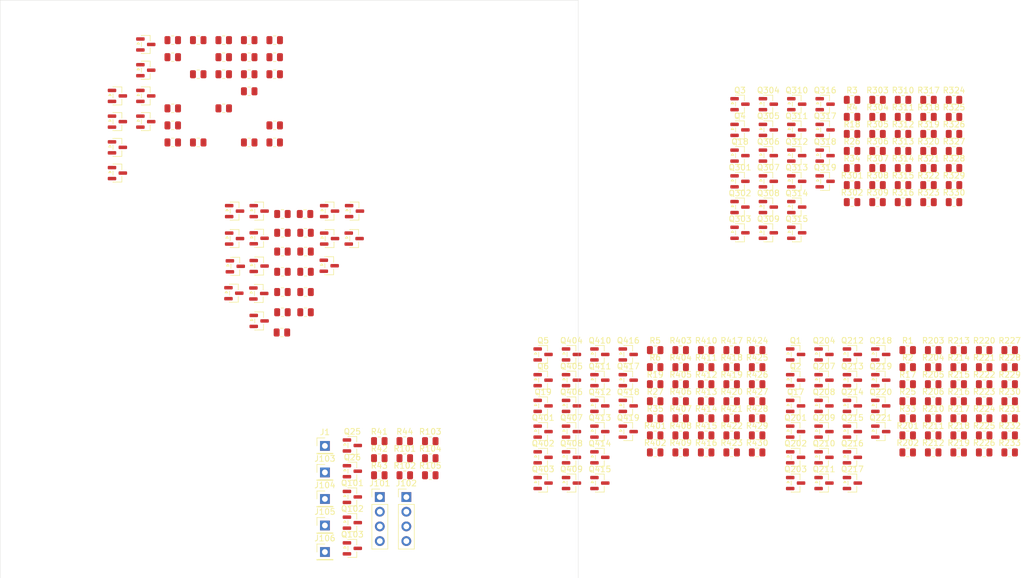
<source format=kicad_pcb>
(kicad_pcb (version 20241229) (generator "pcbnew") (generator_version "9.0")
  (layers (0 "F.Cu" signal) (4 "In1.Cu" power) (6 "In2.Cu" power) (2 "B.Cu" signal) (13 "F.Paste" user) (15 "B.Paste" user) (5 "F.SilkS" user "F.Silkscreen") (7 "B.SilkS" user "B.Silkscreen") (1 "F.Mask" user) (3 "B.Mask" user) (25 "Edge.Cuts" user))
  (net 0 "")
  (net 1 "Net-(Q101-E)")
  (net 2 "Net-(Q101-B)")
  (net 3 "Net-(Q101-C)")
  (net 4 "Net-(Q102-B)")
  (net 5 "GND")
  (net 6 "Net-(Q103-B)")
  (net 7 "CLK")
  (net 8 "/DFlipFlop/Q")
  (net 9 "Net-(Q201-B)")
  (net 10 "Net-(Q202-B)")
  (net 11 "Net-(Q203-B)")
  (net 12 "Net-(Q203-C)")
  (net 13 "Net-(Q204-B)")
  (net 14 "Net-(Q207-C)")
  (net 15 "Net-(Q207-B)")
  (net 16 "Net-(Q208-B)")
  (net 17 "Net-(Q209-B)")
  (net 18 "Net-(Q209-C)")
  (net 19 "Net-(Q210-B)")
  (net 20 "Net-(Q211-C)")
  (net 21 "Net-(Q211-B)")
  (net 22 "Net-(Q212-B)")
  (net 23 "Net-(Q213-B)")
  (net 24 "Net-(Q213-C)")
  (net 25 "Net-(Q214-B)")
  (net 26 "Net-(Q215-B)")
  (net 27 "Net-(Q215-C)")
  (net 28 "Net-(Q216-B)")
  (net 29 "+5V")
  (net 30 "Net-(Q217-B)")
  (net 31 "Net-(Q218-B)")
  (net 32 "Net-(Q219-B)")
  (net 33 "Net-(Q219-C)")
  (net 34 "Net-(Q220-C)")
  (net 35 "Net-(Q220-B)")
  (net 36 "Net-(Q221-B)")
  (net 37 "Net-(Q221-C)")
  (net 38 "Net-(Q301-B)")
  (net 39 "Net-(Q301-C)")
  (net 40 "Net-(Q302-C)")
  (net 41 "Net-(Q302-B)")
  (net 42 "Net-(Q303-C)")
  (net 43 "Net-(Q303-B)")
  (net 44 "Net-(Q304-B)")
  (net 45 "Net-(Q304-C)")
  (net 46 "Net-(Q305-B)")
  (net 47 "Net-(Q306-B)")
  (net 48 "Net-(Q307-B)")
  (net 49 "Net-(Q307-C)")
  (net 50 "Net-(Q308-B)")
  (net 51 "Net-(Q308-C)")
  (net 52 "Net-(Q309-C)")
  (net 53 "Net-(Q309-B)")
  (net 54 "Net-(Q310-B)")
  (net 55 "Net-(Q311-B)")
  (net 56 "/DFlipFlop1/Q")
  (net 57 "Net-(Q312-B)")
  (net 58 "Net-(Q313-C)")
  (net 59 "Net-(Q313-B)")
  (net 60 "Net-(Q314-B)")
  (net 61 "Net-(Q315-B)")
  (net 62 "Net-(Q316-C)")
  (net 63 "Net-(Q316-B)")
  (net 64 "Net-(Q317-B)")
  (net 65 "Net-(Q318-B)")
  (net 66 "Net-(Q319-B)")
  (net 67 "Net-(Q401-C)")
  (net 68 "Net-(Q401-B)")
  (net 69 "Net-(Q402-C)")
  (net 70 "Net-(Q402-B)")
  (net 71 "Net-(Q403-B)")
  (net 72 "Net-(Q403-C)")
  (net 73 "Net-(Q404-B)")
  (net 74 "Net-(Q404-C)")
  (net 75 "Net-(Q405-B)")
  (net 76 "Net-(Q406-B)")
  (net 77 "Net-(Q407-B)")
  (net 78 "Net-(Q407-C)")
  (net 79 "Net-(Q408-C)")
  (net 80 "Net-(Q408-B)")
  (net 81 "Net-(Q409-C)")
  (net 82 "Net-(Q409-B)")
  (net 83 "Net-(Q410-B)")
  (net 84 "Net-(Q411-B)")
  (net 85 "Net-(Q412-B)")
  (net 86 "/DFlipFlop2/Q")
  (net 87 "Net-(Q413-B)")
  (net 88 "Net-(Q413-C)")
  (net 89 "Net-(Q414-B)")
  (net 90 "Net-(Q415-B)")
  (net 91 "Net-(Q416-C)")
  (net 92 "Net-(Q416-B)")
  (net 93 "Net-(Q417-B)")
  (net 94 "Net-(Q418-B)")
  (net 95 "Net-(Q419-B)")
  (net 96 "Net-(Q501-B)")
  (net 97 "Net-(Q501-C)")
  (net 98 "Net-(Q502-B)")
  (net 99 "Net-(Q502-C)")
  (net 100 "Net-(Q503-B)")
  (net 101 "Net-(Q503-C)")
  (net 102 "Net-(Q504-B)")
  (net 103 "Net-(Q504-C)")
  (net 104 "Net-(Q505-B)")
  (net 105 "Net-(Q506-B)")
  (net 106 "Net-(Q507-C)")
  (net 107 "Net-(Q507-B)")
  (net 108 "Net-(Q508-B)")
  (net 109 "Net-(Q508-C)")
  (net 110 "Net-(Q509-C)")
  (net 111 "Net-(Q509-B)")
  (net 112 "Net-(Q510-B)")
  (net 113 "Net-(Q511-B)")
  (net 114 "/DFlipFlop3/Q")
  (net 115 "Net-(Q512-B)")
  (net 116 "Net-(Q513-C)")
  (net 117 "Net-(Q513-B)")
  (net 118 "Net-(Q514-B)")
  (net 119 "Net-(Q515-B)")
  (net 120 "Net-(Q516-C)")
  (net 121 "Net-(Q516-B)")
  (net 122 "Net-(Q517-B)")
  (net 123 "Net-(Q518-B)")
  (net 124 "Net-(Q519-B)")
  (net 125 "/DFlipFlop3/Data")
  (net 126 "/DFlipFlop2/Data")
  (net 127 "/DFlipFlop/Data")
  (net 128 "/DFlipFlop1/Data")
  (net 129 "Net-(J103-Pin_1)")
  (net 130 "Net-(J104-Pin_1)")
  (net 131 "Net-(J1-Pin_1)")
  (net 132 "Net-(Q1-C)")
  (net 133 "Net-(Q1-B)")
  (net 134 "Net-(Q2-B)")
  (net 135 "Net-(Q3-B)")
  (net 136 "Net-(Q3-C)")
  (net 137 "Net-(Q4-B)")
  (net 138 "Net-(Q5-C)")
  (net 139 "Net-(Q5-B)")
  (net 140 "Net-(Q6-B)")
  (net 141 "Net-(Q7-C)")
  (net 142 "Net-(Q7-B)")
  (net 143 "Net-(Q8-B)")
  (net 144 "Net-(Q17-B)")
  (net 145 "Net-(Q17-C)")
  (net 146 "Net-(Q18-C)")
  (net 147 "Net-(Q18-B)")
  (net 148 "Net-(Q19-B)")
  (net 149 "Net-(Q19-C)")
  (net 150 "Net-(Q20-B)")
  (net 151 "Net-(Q20-C)")
  (net 152 "Net-(Q25-C)")
  (net 153 "Net-(Q25-B)")
  (net 154 "RST")
  (net 155 "Net-(Q26-B)")
  (net 156 "Net-(Q217-C)")
  (net 157 "Net-(Q317-C)")
  (net 158 "Net-(Q417-C)")
  (net 159 "Net-(Q517-C)")
  (footprint "Resistor_SMD:R_0805_2012Metric" (layer "F.Cu") (at 136.3975 76.75)
    (property "Reference" "R411")
    (property "Value" "10000")
  )
  (footprint "Resistor_SMD:R_0805_2012Metric" (layer "F.Cu") (at 161.64 39.35)
    (property "Reference" "R26")
    (property "Value" "4700")
  )
  (footprint "Resistor_SMD:R_0805_2012Metric" (layer "F.Cu") (at 166.05 45.25)
    (property "Reference" "R308")
    (property "Value" "4700")
  )
  (footprint "Resistor_SMD:R_0805_2012Metric" (layer "F.Cu") (at 161.64 36.4)
    (property "Reference" "R18")
    (property "Value" "4700")
  )
  (footprint "Package_TO_SOT_SMD:SOT-23" (layer "F.Cu") (at 71.25 54.5)
    (property "Reference" "Q508" (hide yes))
    (property "Value" "MMBT3904" (hide yes))
  )
  (footprint "Resistor_SMD:R_0805_2012Metric" (layer "F.Cu") (at 140.8075 88.55)
    (property "Reference" "R422")
    (property "Value" "4700")
  )
  (footprint "Resistor_SMD:R_0805_2012Metric" (layer "F.Cu") (at 57.34 20.17)
    (property "Reference" "R517" (hide yes))
    (property "Value" "10000" (hide yes))
  )
  (footprint "Resistor_SMD:R_0805_2012Metric" (layer "F.Cu") (at 175.6775 73.8)
    (property "Reference" "R203")
    (property "Value" "4700")
  )
  (footprint "Resistor_SMD:R_0805_2012Metric" (layer "F.Cu") (at 57.34 29.02)
    (property "Reference" "R520" (hide yes))
    (property "Value" "10000" (hide yes))
  )
  (footprint "Package_TO_SOT_SMD:SOT-23" (layer "F.Cu") (at 54.8125 54.5)
    (property "Reference" "Q504" (hide yes))
    (property "Value" "MMBT3904" (hide yes))
  )
  (footprint "Package_TO_SOT_SMD:SOT-23" (layer "F.Cu") (at 34.54 38.72)
    (property "Reference" "Q514" (hide yes))
    (property "Value" "MMBT3904" (hide yes))
  )
  (footprint "Package_TO_SOT_SMD:SOT-23" (layer "F.Cu") (at 39.45 34.27)
    (property "Reference" "Q519" (hide yes))
    (property "Value" "MMBT3904" (hide yes))
  )
  (footprint "Resistor_SMD:R_0805_2012Metric" (layer "F.Cu") (at 67.0875 53.5)
    (property "Reference" "R515" (hide yes))
    (property "Value" "4700" (hide yes))
  )
  (footprint "Resistor_SMD:R_0805_2012Metric" (layer "F.Cu") (at 48.52 37.87)
    (property "Reference" "R509" (hide yes))
    (property "Value" "10000" (hide yes))
  )
  (footprint "Package_TO_SOT_SMD:SOT-23" (layer "F.Cu") (at 156.98 31.25)
    (property "Reference" "Q316")
    (property "Value" "MMBT3904")
  )
  (footprint "Resistor_SMD:R_0805_2012Metric" (layer "F.Cu") (at 145.2175 85.6)
    (property "Reference" "R428")
    (property "Value" "4700")
  )
  (footprint "Resistor_SMD:R_0805_2012Metric" (layer "F.Cu") (at 136.3975 79.7)
    (property "Reference" "R412")
    (property "Value" "10000")
  )
  (footprint "Resistor_SMD:R_0805_2012Metric" (layer "F.Cu") (at 166.05 48.2)
    (property "Reference" "R309")
    (property "Value" "10000")
  )
  (footprint "Resistor_SMD:R_0805_2012Metric" (layer "F.Cu") (at 131.9875 88.55)
    (property "Reference" "R408")
    (property "Value" "4700")
  )
  (footprint "Connector_PinHeader_2.54mm:PinHeader_1x01_P2.54mm_Vertical" (layer "F.Cu") (at 70.4375 90.37)
    (property "Reference" "J1")
    (property "Value" "RST")
  )
  (footprint "Resistor_SMD:R_0805_2012Metric" (layer "F.Cu") (at 57.34 23.12)
    (property "Reference" "R518" (hide yes))
    (property "Value" "10000" (hide yes))
  )
  (footprint "Resistor_SMD:R_0805_2012Metric" (layer "F.Cu") (at 180.0875 91.5)
    (property "Reference" "R219")
    (property "Value" "10000")
  )
  (footprint "Package_TO_SOT_SMD:SOT-23" (layer "F.Cu") (at 152.07 49.05)
    (property "Reference" "Q314")
    (property "Value" "MMBT3904")
  )
  (footprint "Resistor_SMD:R_0805_2012Metric" (layer "F.Cu") (at 180.0875 76.75)
    (property "Reference" "R214")
    (property "Value" "4700")
  )
  (footprint "Package_TO_SOT_SMD:SOT-23" (layer "F.Cu") (at 122.9175 79)
    (property "Reference" "Q417")
    (property "Value" "MMBT3904")
  )
  (footprint "Package_TO_SOT_SMD:SOT-23" (layer "F.Cu") (at 156.7875 87.9)
    (property "Reference" "Q209")
    (property "Value" "MMBT3904")
  )
  (footprint "Package_TO_SOT_SMD:SOT-23" (layer "F.Cu") (at 166.6075 79)
    (property "Reference" "Q219")
    (property "Value" "MMBT3904")
  )
  (footprint "Resistor_SMD:R_0805_2012Metric" (layer "F.Cu") (at 166.05 39.35)
    (property "Reference" "R306")
    (property "Value" "4700")
  )
  (footprint "Resistor_SMD:R_0805_2012Metric" (layer "F.Cu") (at 52.93 31.97)
    (property "Reference" "R514" (hide yes))
    (property "Value" "10000" (hide yes))
  )
  (footprint "Package_TO_SOT_SMD:SOT-23" (layer "F.Cu") (at 142.25 44.6)
    (property "Reference" "Q301")
    (property "Value" "MMBT3904")
  )
  (footprint "Package_TO_SOT_SMD:SOT-23" (layer "F.Cu") (at 142.25 53.5)
    (property "Reference" "Q303")
    (property "Value" "MMBT3904")
  )
  (footprint "Resistor_SMD:R_0805_2012Metric" (layer "F.Cu") (at 84.2575 89.55)
    (property "Reference" "R44")
    (property "Value" "10000")
  )
  (footprint "Package_TO_SOT_SMD:SOT-23" (layer "F.Cu") (at 118.0075 96.8)
    (property "Reference" "Q415")
    (property "Value" "MMBT3904")
  )
  (footprint "Package_TO_SOT_SMD:SOT-23" (layer "F.Cu") (at 151.8775 74.55)
    (property "Reference" "Q1")
    (property "Value" "MMBT3904")
  )
  (footprint "Resistor_SMD:R_0805_2012Metric" (layer "F.Cu") (at 44.11 37.87)
    (property "Reference" "R502" (hide yes))
    (property "Value" "10000" (hide yes))
  )
  (footprint "Resistor_SMD:R_0805_2012Metric" (layer "F.Cu") (at 171.2675 91.5)
    (property "Reference" "R202")
    (property "Value" "10000")
  )
  (footprint "Package_TO_SOT_SMD:SOT-23" (layer "F.Cu") (at 54.6875 63.95)
    (property "Reference" "Q501" (hide yes))
    (property "Value" "MMBT3904" (hide yes))
  )
  (footprint "Package_TO_SOT_SMD:SOT-23" (layer "F.Cu") (at 71.1875 59.2)
    (property "Reference" "Q507" (hide yes))
    (property "Value" "MMBT3904" (hide yes))
  )
  (footprint "Resistor_SMD:R_0805_2012Metric" (layer "F.Cu") (at 161.64 48.2)
    (property "Reference" "R302")
    (property "Value" "10000")
  )
  (footprint "Resistor_SMD:R_0805_2012Metric" (layer "F.Cu") (at 184.4975 88.55)
    (property "Reference" "R225")
    (property "Value" "10000")
  )
  (footprint "Resistor_SMD:R_0805_2012Metric" (layer "F.Cu") (at 174.87 30.5)
    (property "Reference" "R317")
    (property "Value" "10000")
  )
  (footprint "Resistor_SMD:R_0805_2012Metric" (layer "F.Cu") (at 61.75 37.87)
    (property "Reference" "R530" (hide yes))
    (property "Value" "10000" (hide yes))
  )
  (footprint "Resistor_SMD:R_0805_2012Metric" (layer "F.Cu") (at 161.64 42.3)
    (property "Reference" "R34")
    (property "Value" "10000")
  )
  (footprint "Package_TO_SOT_SMD:SOT-23" (layer "F.Cu") (at 161.6975 87.9)
    (property "Reference" "Q215")
    (property "Value" "MMBT3904")
  )
  (footprint "Resistor_SMD:R_0805_2012Metric" (layer "F.Cu") (at 48.52 26.07)
    (property "Reference" "R505" (hide yes))
    (property "Value" "10000" (hide yes))
  )
  (footprint "Resistor_SMD:R_0805_2012Metric" (layer "F.Cu") (at 84.2575 92.5)
    (property "Reference" "R101")
    (property "Value" "4700")
  )
  (footprint "Connector_PinHeader_2.54mm:PinHeader_1x01_P2.54mm_Vertical" (layer "F.Cu") (at 70.4375 94.96)
    (property "Reference" "J103")
    (property "Value" "WR_EN")
  )
  (footprint "Resistor_SMD:R_0805_2012Metric" (layer "F.Cu") (at 131.9875 73.8)
    (property "Reference" "R403")
    (property "Value" "10000")
  )
  (footprint "Resistor_SMD:R_0805_2012Metric" (layer "F.Cu") (at 161.64 45.25)
    (property "Reference" "R301")
    (property "Value" "10000")
  )
  (footprint "Package_TO_SOT_SMD:SOT-23" (layer "F.Cu") (at 161.6975 79)
    (property "Reference" "Q213")
    (property "Value" "MMBT3904")
  )
  (footprint "Package_TO_SOT_SMD:SOT-23" (layer "F.Cu") (at 156.7875 74.55)
    (property "Reference" "Q204")
    (property "Value" "MMBT3904")
  )
  (footprint "Resistor_SMD:R_0805_2012Metric" (layer "F.Cu") (at 179.28 33.45)
    (property "Reference" "R325")
    (property "Value" "10000")
  )
  (footprint "Package_TO_SOT_SMD:SOT-23" (layer "F.Cu") (at 151.8775 79)
    (property "Reference" "Q2")
    (property "Value" "MMBT3904")
  )
  (footprint "Resistor_SMD:R_0805_2012Metric" (layer "F.Cu") (at 63.0875 53.5)
    (property "Reference" "R28" (hide yes))
    (property "Value" "4700" (hide yes))
  )
  (footprint "Resistor_SMD:R_0805_2012Metric" (layer "F.Cu") (at 140.8075 79.7)
    (property "Reference" "R419")
    (property "Value" "10000")
  )
  (footprint "Package_TO_SOT_SMD:SOT-23" (layer "F.Cu") (at 147.16 31.25)
    (property "Reference" "Q304")
    (property "Value" "MMBT3904")
  )
  (footprint "Resistor_SMD:R_0805_2012Metric" (layer "F.Cu") (at 188.9075 82.65)
    (property "Reference" "R230")
    (property "Value" "10000")
  )
  (footprint "Resistor_SMD:R_0805_2012Metric" (layer "F.Cu") (at 184.4975 76.75)
    (property "Reference" "R221")
    (property "Value" "10000")
  )
  (footprint "Resistor_SMD:R_0805_2012Metric" (layer "F.Cu") (at 161.64 30.5)
    (property "Reference" "R3")
    (property "Value" "10000")
  )
  (footprint "Package_TO_SOT_SMD:SOT-23" (layer "F.Cu") (at 166.6075 87.9)
    (property "Reference" "Q221")
    (property "Value" "MMBT3904")
  )
  (footprint "Package_TO_SOT_SMD:SOT-23" (layer "F.Cu") (at 75.1875 99.2)
    (property "Reference" "Q101")
    (property "Value" "MMBT3904")
  )
  (footprint "Connector_PinHeader_2.54mm:PinHeader_1x01_P2.54mm_Vertical" (layer "F.Cu") (at 70.4375 104.14)
    (property "Reference" "J105")
    (property "Value" "+5V")
  )
  (footprint "Resistor_SMD:R_0805_2012Metric" (layer "F.Cu") (at 145.2175 79.7)
    (property "Reference" "R426")
    (property "Value" "10000")
  )
  (footprint "Resistor_SMD:R_0805_2012Metric" (layer "F.Cu") (at 136.3975 91.5)
    (property "Reference" "R416")
    (property "Value" "4700")
  )
  (footprint "Resistor_SMD:R_0805_2012Metric" (layer "F.Cu") (at 127.5775 73.8)
    (property "Reference" "R5")
    (property "Value" "10000")
  )
  (footprint "Package_TO_SOT_SMD:SOT-23" (layer "F.Cu") (at 39.45 20.92)
    (property "Reference" "Q516" (hide yes))
    (property "Value" "MMBT3904" (hide yes))
  )
  (footprint "Resistor_SMD:R_0805_2012Metric" (layer "F.Cu") (at 48.52 20.17)
    (property "Reference" "R503" (hide yes))
    (property "Value" "10000" (hide yes))
  )
  (footprint "Resistor_SMD:R_0805_2012Metric" (layer "F.Cu") (at 44.11 23.12)
    (property "Reference" "R8" (hide yes))
    (property "Value" "10000" (hide yes))
  )
  (footprint "Resistor_SMD:R_0805_2012Metric" (layer "F.Cu") (at 170.46 33.45)
    (property "Reference" "R311")
    (property "Value" "10000")
  )
  (footprint "Resistor_SMD:R_0805_2012Metric" (layer "F.Cu") (at 180.0875 73.8)
    (property "Reference" "R213")
    (property "Value" "10000")
  )
  (footprint "Package_TO_SOT_SMD:SOT-23" (layer "F.Cu") (at 108.1875 74.55)
    (property "Reference" "Q5")
    (property "Value" "MMBT3904")
  )
  (footprint "Package_TO_SOT_SMD:SOT-23" (layer "F.Cu") (at 113.0975 83.45)
    (property "Reference" "Q406")
    (property "Value" "MMBT3904")
  )
  (footprint "Resistor_SMD:R_0805_2012Metric" (layer "F.Cu") (at 188.9075 85.6)
    (property "Reference" "R231")
    (property "Value" "4700")
  )
  (footprint "Resistor_SMD:R_0805_2012Metric" (layer "F.Cu") (at 84.2575 95.45)
    (property "Reference" "R102")
    (property "Value" "4700")
  )
  (footprint "Resistor_SMD:R_0805_2012Metric" (layer "F.Cu") (at 171.2675 85.6)
    (property "Reference" "R33")
    (property "Value" "10000")
  )
  (footprint "Package_TO_SOT_SMD:SOT-23" (layer "F.Cu") (at 161.6975 96.8)
    (property "Reference" "Q217")
    (property "Value" "MMBT3904")
  )
  (footprint "Package_TO_SOT_SMD:SOT-23" (layer "F.Cu") (at 54.8125 49.75)
    (property "Reference" "Q7" (hide yes))
    (property "Value" "MMBT3904" (hide yes))
  )
  (footprint "Resistor_SMD:R_0805_2012Metric" (layer "F.Cu") (at 166.05 30.5)
    (property "Reference" "R303")
    (property "Value" "10000")
  )
  (footprint "Resistor_SMD:R_0805_2012Metric" (layer "F.Cu") (at 79.8475 92.5)
    (property "Reference" "R42")
    (property "Value" "10000")
  )
  (footprint "Package_TO_SOT_SMD:SOT-23" (layer "F.Cu") (at 151.8775 87.9)
    (property "Reference" "Q201")
    (property "Value" "MMBT3904")
  )
  (footprint "Resistor_SMD:R_0805_2012Metric" (layer "F.Cu") (at 188.9075 88.55)
    (property "Reference" "R232")
    (property "Value" "4700")
  )
  (footprint "Resistor_SMD:R_0805_2012Metric" (layer "F.Cu") (at 63.0875 56.75)
    (property "Reference" "R508" (hide yes))
    (property "Value" "4700" (hide yes))
  )
  (footprint "Package_TO_SOT_SMD:SOT-23" (layer "F.Cu") (at 156.7875 92.35)
    (property "Reference" "Q210")
    (property "Value" "MMBT3904")
  )
  (footprint "Resistor_SMD:R_0805_2012Metric" (layer "F.Cu") (at 63.0875 67.25)
    (property "Reference" "R504" (hide yes))
    (property "Value" "4700" (hide yes))
  )
  (footprint "Resistor_SMD:R_0805_2012Metric" (layer "F.Cu") (at 127.5775 76.75)
    (property "Reference" "R6")
    (property "Value" "10000")
  )
  (footprint "Resistor_SMD:R_0805_2012Metric" (layer "F.Cu") (at 61.75 34.92)
    (property "Reference" "R529" (hide yes))
    (property "Value" "10000" (hide yes))
  )
  (footprint "Package_TO_SOT_SMD:SOT-23" (layer "F.Cu") (at 147.16 49.05)
    (property "Reference" "Q308")
    (property "Value" "MMBT3904")
  )
  (footprint "Resistor_SMD:R_0805_2012Metric" (layer "F.Cu") (at 52.93 26.07)
    (property "Reference" "R512" (hide yes))
    (property "Value" "10000" (hide yes))
  )
  (footprint "Resistor_SMD:R_0805_2012Metric" (layer "F.Cu") (at 171.2675 88.55)
    (property "Reference" "R201")
    (property "Value" "10000")
  )
  (footprint "Resistor_SMD:R_0805_2012Metric" (layer "F.Cu") (at 179.28 36.4)
    (property "Reference" "R326")
    (property "Value" "10000")
  )
  (footprint "Package_TO_SOT_SMD:SOT-23" (layer "F.Cu") (at 156.98 44.6)
    (property "Reference" "Q319")
    (property "Value" "MMBT3904")
  )
  (footprint "Resistor_SMD:R_0805_2012Metric" (layer "F.Cu") (at 131.9875 76.75)
    (property "Reference" "R404")
    (property "Value" "4700")
  )
  (footprint "Resistor_SMD:R_0805_2012Metric" (layer "F.Cu") (at 174.87 42.3)
    (property "Reference" "R321")
    (property "Value" "4700")
  )
  (footprint "Package_TO_SOT_SMD:SOT-23" (layer "F.Cu") (at 151.8775 83.45)
    (property "Reference" "Q17")
    (property "Value" "MMBT3904")
  )
  (footprint "Package_TO_SOT_SMD:SOT-23" (layer "F.Cu") (at 34.54 43.17)
    (property "Reference" "Q515" (hide yes))
    (property "Value" "MMBT3904" (hide yes))
  )
  (footprint "Resistor_SMD:R_0805_2012Metric" (layer "F.Cu") (at 175.6775 79.7)
    (property "Reference" "R205")
    (property "Value" "4700")
  )
  (footprint "Resistor_SMD:R_0805_2012Metric" (layer "F.Cu") (at 131.9875 85.6)
    (property "Reference" "R407")
    (property "Value" "4700")
  )
  (footprint "Package_TO_SOT_SMD:SOT-23" (layer "F.Cu") (at 142.25 49.05)
    (property "Reference" "Q302")
    (property "Value" "MMBT3904")
  )
  (footprint "Resistor_SMD:R_0805_2012Metric" (layer "F.Cu") (at 166.05 42.3)
    (property "Reference" "R307")
    (property "Value" "4700")
  )
  (footprint "Package_TO_SOT_SMD:SOT-23" (layer "F.Cu") (at 161.6975 83.45)
    (property "Reference" "Q214")
    (property "Value" "MMBT3904")
  )
  (footprint "Resistor_SMD:R_0805_2012Metric" (layer "F.Cu") (at 180.0875 82.65)
    (property "Reference" "R216")
    (property "Value" "10000")
  )
  (footprint "Resistor_SMD:R_0805_2012Metric" (layer "F.Cu") (at 171.2675 76.75)
    (property "Reference" "R2")
    (property "Value" "10000")
  )
  (footprint "Resistor_SMD:R_0805_2012Metric" (layer "F.Cu") (at 179.28 30.5)
    (property "Reference" "R324")
    (property "Value" "10000")
  )
  (footprint "Package_TO_SOT_SMD:SOT-23" (layer "F.Cu") (at 108.1875 79)
    (property "Reference" "Q6")
    (property "Value" "MMBT3904")
  )
  (footprint "Package_TO_SOT_SMD:SOT-23" (layer "F.Cu") (at 59.0625 59.25)
    (property "Reference" "Q506" (hide yes))
    (property "Value" "MMBT3904" (hide yes))
  )
  (footprint "Package_TO_SOT_SMD:SOT-23" (layer "F.Cu") (at 118.0075 83.45)
    (property "Reference" "Q412")
    (property "Value" "MMBT3904")
  )
  (footprint "Resistor_SMD:R_0805_2012Metric" (layer "F.Cu") (at 174.87 33.45)
    (property "Reference" "R318")
    (property "Value" "10000")
  )
  (footprint "Resistor_SMD:R_0805_2012Metric" (layer "F.Cu") (at 145.2175 82.65)
    (property "Reference" "R427")
    (property "Value" "4700")
  )
  (footprint "Resistor_SMD:R_0805_2012Metric" (layer "F.Cu") (at 184.4975 85.6)
    (property "Reference" "R224")
    (property "Value" "10000")
  )
  (footprint "Package_TO_SOT_SMD:SOT-23" (layer "F.Cu") (at 142.25 35.7)
    (property "Reference" "Q4")
    (property "Value" "MMBT3904")
  )
  (footprint "Resistor_SMD:R_0805_2012Metric" (layer "F.Cu") (at 61.75 26.07)
    (property "Reference" "R526" (hide yes))
    (property "Value" "10000" (hide yes))
  )
  (footprint "Package_TO_SOT_SMD:SOT-23" (layer "F.Cu") (at 156.7875 83.45)
    (property "Reference" "Q208")
    (property "Value" "MMBT3904")
  )
  (footprint "Resistor_SMD:R_0805_2012Metric" (layer "F.Cu") (at 67.0875 63.75)
    (property "Reference" "R522" (hide yes))
    (property "Value" "4700" (hide yes))
  )
  (footprint "Resistor_SMD:R_0805_2012Metric" (layer "F.Cu") (at 174.87 45.25)
    (property "Reference" "R322")
    (property "Value" "4700")
  )
  (footprint "Package_TO_SOT_SMD:SOT-23" (layer "F.Cu") (at 75.5 54.5)
    (property "Reference" "Q510" (hide yes))
    (property "Value" "MMBT3904" (hide yes))
  )
  (footprint "Resistor_SMD:R_0805_2012Metric" (layer "F.Cu") (at 175.6775 82.65)
    (property "Reference" "R206")
    (property "Value" "10000")
  )
  (footprint "Package_TO_SOT_SMD:SOT-23" (layer "F.Cu") (at 152.07 53.5)
    (property "Reference" "Q315")
    (property "Value" "MMBT3904")
  )
  (footprint "Package_TO_SOT_SMD:SOT-23" (layer "F.Cu") (at 34.54 34.27)
    (property "Reference" "Q513" (hide yes))
    (property "Value" "MMBT3904" (hide yes))
  )
  (footprint "Resistor_SMD:R_0805_2012Metric" (layer "F.Cu") (at 67 50.25)
    (property "Reference" "R516" (hide yes))
    (property "Value" "4700" (hide yes))
  )
  (footprint "Resistor_SMD:R_0805_2012Metric" (layer "F.Cu") (at 67.0875 56.75)
    (property "Reference" "R513" (hide yes))
    (property "Value" "4700" (hide yes))
  )
  (footprint "Resistor_SMD:R_0805_2012Metric" (layer "F.Cu") (at 57.34 26.07)
    (property "Reference" "R519" (hide yes))
    (property "Value" "10000" (hide yes))
  )
  (footprint "Package_TO_SOT_SMD:SOT-23" (layer "F.Cu") (at 161.6975 74.55)
    (property "Reference" "Q212")
    (property "Value" "MMBT3904")
  )
  (footprint "Package_TO_SOT_SMD:SOT-23" (layer "F.Cu") (at 108.1875 83.45)
    (property "Reference" "Q19")
    (property "Value" "MMBT3904")
  )
  (footprint "Package_TO_SOT_SMD:SOT-23" (layer "F.Cu") (at 161.6975 92.35)
    (property "Reference" "Q216")
    (property "Value" "MMBT3904")
  )
  (footprint "Resistor_SMD:R_0805_2012Metric" (layer "F.Cu") (at 52.93 20.17)
    (property "Reference" "R510" (hide yes))
    (property "Value" "10000" (hide yes))
  )
  (footprint "Resistor_SMD:R_0805_2012Metric" (layer "F.Cu") (at 188.9075 79.7)
    (property "Reference" "R229")
    (property "Value" "10000")
  )
  (footprint "Package_TO_SOT_SMD:SOT-23" (layer "F.Cu") (at 166.6075 83.45)
    (property "Reference" "Q220")
    (property "Value" "MMBT3904")
  )
  (footprint "Resistor_SMD:R_0805_2012Metric" (layer "F.Cu") (at 61.75 23.12)
    (property "Reference" "R525" (hide yes))
    (property "Value" "10000" (hide yes))
  )
  (footprint "Resistor_SMD:R_0805_2012Metric" (layer "F.Cu") (at 180.0875 88.55)
    (property "Reference" "R218")
    (property "Value" "10000")
  )
  (footprint "Resistor_SMD:R_0805_2012Metric" (layer "F.Cu") (at 145.2175 91.5)
    (property "Reference" "R430")
    (property "Value" "10000")
  )
  (footprint "Resistor_SMD:R_0805_2012Metric" (layer "F.Cu") (at 170.46 39.35)
    (property "Reference" "R313")
    (property "Value" "4700")
  )
  (footprint "Resistor_SMD:R_0805_2012Metric" (layer "F.Cu") (at 127.5775 85.6)
    (property "Reference" "R35")
    (property "Value" "10000")
  )
  (footprint "Resistor_SMD:R_0805_2012Metric" (layer "F.Cu") (at 145.2175 73.8)
    (property "Reference" "R424")
    (property "Value" "10000")
  )
  (footprint "Package_TO_SOT_SMD:SOT-23" (layer "F.Cu") (at 113.0975 96.8)
    (property "Reference" "Q409")
    (property "Value" "MMBT3904")
  )
  (footprint "Package_TO_SOT_SMD:SOT-23" (layer "F.Cu") (at 113.0975 74.55)
    (property "Reference" "Q404")
    (property "Value" "MMBT3904")
  )
  (footprint "Resistor_SMD:R_0805_2012Metric" (layer "F.Cu") (at 188.9075 76.75)
    (property "Reference" "R228")
    (property "Value" "4700")
  )
  (footprint "Resistor_SMD:R_0805_2012Metric" (layer "F.Cu") (at 136.3975 88.55)
    (property "Reference" "R415")
    (property "Value" "4700")
  )
  (footprint "Resistor_SMD:R_0805_2012Metric" (layer "F.Cu") (at 127.5775 79.7)
    (property "Reference" "R19")
    (property "Value" "4700")
  )
  (footprint "Package_TO_SOT_SMD:SOT-23" (layer "F.Cu") (at 75.1875 90.3)
    (property "Reference" "Q25")
    (property "Value" "MMBT3904")
  )
  (footprint "Package_TO_SOT_SMD:SOT-23" (layer "F.Cu") (at 152.07 44.6)
    (property "Reference" "Q313")
    (property "Value" "MMBT3904")
  )
  (footprint "Resistor_SMD:R_0805_2012Metric" (layer "F.Cu") (at 140.8075 91.5)
    (property "Reference" "R423")
    (property "Value" "10000")
  )
  (footprint "Resistor_SMD:R_0805_2012Metric" (layer "F.Cu") (at 131.9875 91.5)
    (property "Reference" "R409")
    (property "Value" "10000")
  )
  (footprint "Package_TO_SOT_SMD:SOT-23" (layer "F.Cu") (at 108.1875 92.35)
    (property "Reference" "Q402")
    (property "Value" "MMBT3904")
  )
  (footprint "Package_TO_SOT_SMD:SOT-23" (layer "F.Cu") (at 166.6075 74.55)
    (property "Reference" "Q218")
    (property "Value" "MMBT3904")
  )
  (footprint "Resistor_SMD:R_0805_2012Metric" (layer "F.Cu") (at 63.0875 60.25)
    (property "Reference" "R507" (hide yes))
    (property "Value" "4700" (hide yes))
  )
  (footprint "Package_TO_SOT_SMD:SOT-23" (layer "F.Cu") (at 122.9175 83.45)
    (property "Reference" "Q418")
    (property "Value" "MMBT3904")
  )
  (footprint "Package_TO_SOT_SMD:SOT-23" (layer "F.Cu") (at 75.1875 103.65)
    (property "Reference" "Q102")
    (property "Value" "MMBT3904")
  )
  (footprint "Package_TO_SOT_SMD:SOT-23" (layer "F.Cu") (at 152.07 31.25)
    (property "Reference" "Q310")
    (property "Value" "MMBT3904")
  )
  (footprint "Package_TO_SOT_SMD:SOT-23" (layer "F.Cu") (at 147.16 44.6)
    (property "Reference" "Q307")
    (property "Value" "MMBT3904")
  )
  (footprint "Package_TO_SOT_SMD:SOT-23" (layer "F.Cu") (at 122.9175 87.9)
    (property "Reference" "Q419")
    (property "Value" "MMBT3904")
  )
  (footprint "Resistor_SMD:R_0805_2012Metric" (layer "F.Cu") (at 67.0875 60.25)
    (property "Reference" "R521" (hide yes))
    (property "Value" "4700" (hide yes))
  )
  (footprint "Resistor_SMD:R_0805_2012Metric" (layer "F.Cu") (at 175.6775 88.55)
    (property "Reference" "R211")
    (property "Value" "4700")
  )
  (footprint "Package_TO_SOT_SMD:SOT-23" (layer "F.Cu") (at 152.07 35.7)
    (property "Reference" "Q311")
    (property "Value" "MMBT3904")
  )
  (footprint "Resistor_SMD:R_0805_2012Metric" (layer "F.Cu") (at 184.4975 82.65)
    (property "Reference" "R223")
    (property "Value" "4700")
  )
  (footprint "Resistor_SMD:R_0805_2012Metric" (layer "F.Cu") (at 52.93 23.12)
    (property "Reference" "R511" (hide yes))
    (property "Value" "10000" (hide yes))
  )
  (footprint "Package_TO_SOT_SMD:SOT-23" (layer "F.Cu") (at 75.5625 49.75)
    (property "Reference" "Q511" (hide yes))
    (property "Value" "MMBT3904" (hide yes))
  )
  (footprint "Resistor_SMD:R_0805_2012Metric" (layer "F.Cu") (at 127.5775 82.65)
    (property "Reference" "R27")
    (property "Value" "4700")
  )
  (footprint "Resistor_SMD:R_0805_2012Metric" (layer "F.Cu") (at 79.8475 95.45)
    (property "Reference" "R43")
    (property "Value" "4700")
  )
  (footprint "Package_TO_SOT_SMD:SOT-23" (layer "F.Cu") (at 142.25 31.25)
    (property "Reference" "Q3")
    (property "Value" "MMBT3904")
  )
  (footprint "Resistor_SMD:R_0805_2012Metric" (layer "F.Cu") (at 131.9875 79.7)
    (property "Reference" "R405")
    (property "Value" "10000")
  )
  (footprint "Package_TO_SOT_SMD:SOT-23" (layer "F.Cu") (at 75.1875 108.1)
    (property "Reference" "Q103")
    (property "Value" "MMBT3904")
  )
  (footprint "Resistor_SMD:R_0805_2012Metric" (layer "F.Cu") (at 136.3975 82.65)
    (property "Reference" "R413")
    (property "Value" "4700")
  )
  (footprint "Resistor_SMD:R_0805_2012Metric" (layer "F.Cu") (at 184.4975 73.8)
    (property "Reference" "R220")
    (property "Value" "4700")
  )
  (footprint "Resistor_SMD:R_0805_2012Metric" (layer "F.Cu") (at 170.46 45.25)
    (property "Reference" "R315")
    (property "Value" "4700")
  )
  (footprint "Connector_PinHeader_2.54mm:PinHeader_1x01_P2.54mm_Vertical" (layer "F.Cu") (at 70.4375 108.73)
    (property "Reference" "J106")
    (property "Value" "GND")
  )
  (footprint "Package_TO_SOT_SMD:SOT-23" (layer "F.Cu") (at 147.16 53.5)
    (property "Reference" "Q309")
    (property "Value" "MMBT3904")
  )
  (footprint "Package_TO_SOT_SMD:SOT-23" (layer "F.Cu") (at 59.0625 54.45)
    (property "Reference" "Q20" (hide yes))
    (property "Value" "MMBT3904" (hide yes))
  )
  (footprint "Resistor_SMD:R_0805_2012Metric" (layer "F.Cu") (at 88.6675 89.55)
    (property "Reference" "R103")
    (property "Value" "10000")
  )
  (footprint "Package_TO_SOT_SMD:SOT-23" (layer "F.Cu") (at 156.98 35.7)
    (property "Reference" "Q317")
    (property "Value" "MMBT3904")
  )
  (footprint "Resistor_SMD:R_0805_2012Metric" (layer "F.Cu") (at 171.2675 79.7)
    (property "Reference" "R17")
    (property "Value" "4700")
  )
  (footprint "Resistor_SMD:R_0805_2012Metric" (layer "F.Cu") (at 175.6775 76.75)
    (property "Reference" "R204")
    (property "Value" "10000")
  )
  (footprint "Resistor_SMD:R_0805_2012Metric" (layer "F.Cu") (at 175.6775 91.5)
    (property "Reference" "R212")
    (property "Value" "10000")
  )
  (footprint "Resistor_SMD:R_0805_2012Metric" (layer "F.Cu") (at 170.46 30.5)
    (property "Reference" "R310")
    (property "Value" "10000")
  )
  (footprint "Connector_PinHeader_2.54mm:PinHeader_1x01_P2.54mm_Vertical" (layer "F.Cu") (at 70.4375 99.55)
    (property "Reference" "J104")
    (property "Value" "CLK")
  )
  (footprint "Resistor_SMD:R_0805_2012Metric" (layer "F.Cu") (at 174.87 48.2)
    (property "Reference" "R323")
    (property "Value" "10000")
  )
  (footprint "Resistor_SMD:R_0805_2012Metric" (layer "F.Cu") (at 179.28 45.25)
    (property "Reference" "R329")
    (property "Value" "10000")
  )
  (footprint "Package_TO_SOT_SMD:SOT-23" (layer "F.Cu") (at 59.0625 68.75)
    (property "Reference" "Q502" (hide yes))
    (property "Value" "MMBT3904" (hide yes))
  )
  (footprint "Resistor_SMD:R_0805_2012Metric" (layer "F.Cu") (at 171.2675 73.8)
    (property "Reference" "R1")
    (property "Value" "10000")
  )
  (footprint "Resistor_SMD:R_0805_2012Metric" (layer "F.Cu") (at 145.2175 76.75)
    (property "Reference" "R425")
    (property "Value" "10000")
  )
  (footprint "Resistor_SMD:R_0805_2012Metric" (layer "F.Cu") (at 44.11 31.97)
    (property "Reference" "R36" (hide yes))
    (property "Value" "10000" (hide yes))
  )
  (footprint "Resistor_SMD:R_0805_2012Metric" (layer "F.Cu") (at 188.9075 91.5)
    (property "Reference" "R233")
    (property "Value" "10000")
  )
  (footprint "Resistor_SMD:R_0805_2012Metric" (layer "F.Cu") (at 170.46 48.2)
    (property "Reference" "R316")
    (property "Value" "4700")
  )
  (footprint "Package_TO_SOT_SMD:SOT-23" (layer "F.Cu") (at 156.7875 79)
    (property "Reference" "Q207")
    (property "Value" "MMBT3904")
  )
  (footprint "Resistor_SMD:R_0805_2012Metric" (layer "F.Cu") (at 127.5775 91.5)
    (property "Reference" "R402")
    (property "Value" "10000")
  )
  (footprint "Resistor_SMD:R_0805_2012Metric" (layer "F.Cu") (at 136.3975 85.6)
    (property "Reference" "R414")
    (property "Value" "10000")
  )
  (footprint "Resistor_SMD:R_0805_2012Metric" (layer "F.Cu") (at 166.05 33.45)
    (property "Reference" "R304")
    (property "Value" "4700")
  )
  (footprint "Resistor_SMD:R_0805_2012Metric" (layer "F.Cu") (at 79.8475 89.55)
    (property "Reference" "R41")
    (property "Value" "4700")
  )
  (footprint "Resistor_SMD:R_0805_2012Metric" (layer "F.Cu") (at 179.28 39.35)
    (property "Reference" "R327")
    (property "Value" "4700")
  )
  (footprint "Resistor_SMD:R_0805_2012Metric" (layer "F.Cu") (at 140.8075 73.8)
    (property "Reference" "R417")
    (property "Value" "10000")
  )
  (footprint "Package_TO_SOT_SMD:SOT-23" (layer "F.Cu") (at 54.9375 59.3)
    (property "Reference" "Q503" (hide yes))
    (property "Value" "MMBT3904" (hide yes))
  )
  (footprint "Resistor_SMD:R_0805_2012Metric" (layer "F.Cu") (at 136.3975 73.8)
    (property "Reference" "R410")
    (property "Value" "10000")
  )
  (footprint "Resistor_SMD:R_0805_2012Metric" (layer "F.Cu") (at 63 70.75)
    (property "Reference" "R527" (hide yes))
    (property "Value" "4700" (hide yes))
  )
  (footprint "Resistor_SMD:R_0805_2012Metric" (layer "F.Cu") (at 180.0875 79.7)
    (property "Reference" "R215")
    (property "Value" "10000")
  )
  (footprint "Package_TO_SOT_SMD:SOT-23" (layer "F.Cu") (at 39.45 29.82)
    (property "Reference" "Q518" (hide yes))
    (property "Value" "MMBT3904" (hide yes))
  )
  (footprint "Connector_PinHeader_2.54mm:PinHeader_1x04_P2.54mm_Vertical" (layer "F.Cu") (at 79.9375 99.22)
    (property "Reference" "J101")
    (property "Value" "Conn_01x04_Pin")
  )
  (footprint "Package_TO_SOT_SMD:SOT-23" (layer "F.Cu") (at 142.25 40.15)
    (property "Reference" "Q18")
    (property "Value" "MMBT3904")
  )
  (footprint "Package_TO_SOT_SMD:SOT-23" (layer "F.Cu") (at 39.45 25.37)
    (property "Reference" "Q517" (hide yes))
    (property "Value" "MMBT3904" (hide yes))
  )
  (footprint "Resistor_SMD:R_0805_2012Metric" (layer "F.Cu") (at 174.87 36.4)
    (property "Reference" "R319")
    (property "Value" "10000")
  )
  (footprint "Package_TO_SOT_SMD:SOT-23" (layer "F.Cu") (at 118.0075 92.35)
    (property "Reference" "Q414")
    (property "Value" "MMBT3904")
  )
  (footprint "Resistor_SMD:R_0805_2012Metric" (layer "F.Cu") (at 184.4975 91.5)
    (property "Reference" "R226")
    (property "Value" "4700")
  )
  (footprint "Resistor_SMD:R_0805_2012Metric" (layer "F.Cu") (at 166.05 36.4)
    (property "Reference" "R305")
    (property "Value" "10000")
  )
  (footprint "Package_TO_SOT_SMD:SOT-23" (layer "F.Cu") (at 156.7875 96.8)
    (property "Reference" "Q211")
    (property "Value" "MMBT3904")
  )
  (footprint "Package_TO_SOT_SMD:SOT-23" (layer "F.Cu") (at 75.1875 94.75)
    (property "Reference" "Q26")
    (property "Value" "MMBT3904")
  )
  (footprint "Resistor_SMD:R_0805_2012Metric" (layer "F.Cu") (at 161.64 33.45)
    (property "Reference" "R4")
    (property "Value" "10000")
  )
  (footprint "Resistor_SMD:R_0805_2012Metric" (layer "F.Cu") (at 140.8075 76.75)
    (property "Reference" "R418")
    (property "Value" "10000")
  )
  (footprint "Resistor_SMD:R_0805_2012Metric" (layer "F.Cu") (at 63.0875 50.25)
    (property "Reference" "R20" (hide yes))
    (property "Value" "4700" (hide yes))
  )
  (footprint "Resistor_SMD:R_0805_2012Metric" (layer "F.Cu") (at 61.75 20.17)
    (property "Reference" "R524" (hide yes))
    (property "Value" "10000" (hide yes))
  )
  (footprint "Resistor_SMD:R_0805_2012Metric" (layer "F.Cu") (at 179.28 42.3)
    (property "Reference" "R328")
    (property "Value" "4700")
  )
  (footprint "Package_TO_SOT_SMD:SOT-23" (layer "F.Cu") (at 151.8775 96.8)
    (property "Reference" "Q203")
    (property "Value" "MMBT3904")
  )
  (footprint "Package_TO_SOT_SMD:SOT-23" (layer "F.Cu") (at 108.1875 87.9)
    (property "Reference" "Q401")
    (property "Value" "MMBT3904")
  )
  (footprint "Resistor_SMD:R_0805_2012Metric" (layer "F.Cu") (at 174.87 39.35)
    (property "Reference" "R320")
    (property "Value" "10000")
  )
  (footprint "Resistor_SMD:R_0805_2012Metric" (layer "F.Cu") (at 145.2175 88.55)
    (property "Reference" "R429")
    (property "Value" "10000")
  )
  (footprint "Package_TO_SOT_SMD:SOT-23" (layer "F.Cu") (at 59 64)
    (property "Reference" "Q505" (hide yes))
    (property "Value" "MMBT3904" (hide yes))
  )
  (footprint "Resistor_SMD:R_0805_2012Metric" (layer "F.Cu") (at 131.9875 82.65)
    (property "Reference" "R406")
    (property "Value" "4700")
  )
  (footprint "Resistor_SMD:R_0805_2012Metric" (layer "F.Cu") (at 67.0875 67.25)
    (property "Reference" "R528" (hide yes))
    (property "Value" "4700" (hide yes))
  )
  (footprint "Package_TO_SOT_SMD:SOT-23" (layer "F.Cu") (at 122.9175 74.55)
    (property "Reference" "Q416")
    (property "Value" "MMBT3904")
  )
  (footprint "Package_TO_SOT_SMD:SOT-23" (layer "F.Cu") (at 147.16 40.15)
    (property "Reference" "Q306")
    (property "Value" "MMBT3904")
  )
  (footprint "Package_TO_SOT_SMD:SOT-23" (layer "F.Cu") (at 113.0975 92.35)
    (property "Reference" "Q408")
    (property "Value" "MMBT3904")
  )
  (footprint "Resistor_SMD:R_0805_2012Metric" (layer "F.Cu") (at 184.4975 79.7)
    (property "Reference" "R222")
    (property "Value" "10000")
  )
  (footprint "Package_TO_SOT_SMD:SOT-23" (layer "F.Cu") (at 118.0075 87.9)
    (property "Reference" "Q413")
    (property "Value" "MMBT3904")
  )
  (footprint "Resistor_SMD:R_0805_2012Metric" (layer "F.Cu") (at 179.28 48.2)
    (property "Reference" "R330")
    (property "Value" "10000")
  )
  (footprint "Resistor_SMD:R_0805_2012Metric" (layer "F.Cu") (at 63.0875 63.75)
    (property "Reference" "R506" (hide yes))
    (property "Value" "4700" (hide yes))
  )
  (footprint "Package_TO_SOT_SMD:SOT-23" (layer "F.Cu") (at 113.0975 87.9)
    (property "Reference" "Q407")
    (property "Value" "MMBT3904")
  )
  (footprint "Package_TO_SOT_SMD:SOT-23" (layer "F.Cu") (at 156.98 40.15)
    (property "Reference" "Q318")
    (property "Value" "MMBT3904")
  )
  (footprint "Package_TO_SOT_SMD:SOT-23" (layer "F.Cu") (at 118.0075 74.55)
    (property "Reference" "Q410")
    (property "Value" "MMBT3904")
  )
  (footprint "Package_TO_SOT_SMD:SOT-23" (layer "F.Cu") (at 34.54 29.82)
    (property "Reference" "Q512" (hide yes))
    (property "Value" "MMBT3904" (hide yes))
  )
  (footprint "Resistor_SMD:R_0805_2012Metric" (layer "F.Cu") (at 175.6775 85.6)
    (property "Reference" "R210")
    (property "Value" "10000")
  )
  (footprint "Package_TO_SOT_SMD:SOT-23" (layer "F.Cu") (at 147.16 35.7)
    (property "Reference" "Q305")
    (property "Value" "MMBT3904")
  )
  (footprint "Package_TO_SOT_SMD:SOT-23" (layer "F.Cu") (at 118.0075 79)
    (property "Reference" "Q411")
    (property "Value" "MMBT3904")
  )
  (footprint "Resistor_SMD:R_0805_2012Metric" (layer "F.Cu") (at 57.34 37.87)
    (property "Reference" "R523" (hide yes))
    (property "Value" "10000" (hide yes))
  )
  (footprint "Resistor_SMD:R_0805_2012Metric" (layer "F.Cu") (at 44.11 34.92)
    (property "Reference" "R501" (hide yes))
    (property "Value" "10000" (hide yes))
  )
  (footprint "Resistor_SMD:R_0805_2012Metric" (layer "F.Cu") (at 170.46 36.4)
    (property "Reference" "R312")
    (property "Value" "10000")
  )
  (footprint "Package_TO_SOT_SMD:SOT-23" (layer "F.Cu") (at 152.07 40.15)
    (property "Reference" "Q312")
    (property "Value" "MMBT3904")
  )
  (footprint "Resistor_SMD:R_0805_2012Metric" (layer "F.Cu") (at 88.6675 95.45)
    (property "Reference" "R105")
    (property "Value" "10000")
  )
  (footprint "Connector_PinHeader_2.54mm:PinHeader_1x04_P2.54mm_Vertical" (layer "F.Cu") (at 84.5275 99.22)
    (property "Reference" "J102")
    (property "Value" "Conn_01x04_Pin")
  )
  (footprint "Resistor_SMD:R_0805_2012Metric" (layer "F.Cu") (at 140.8075 85.6)
    (property "Reference" "R421")
    (property "Value" "4700")
  )
  (footprint "Resistor_SMD:R_0805_2012Metric" (layer "F.Cu") (at 188.9075 73.8)
    (property "Reference" "R227")
    (property "Value" "10000")
  )
  (footprint "Resistor_SMD:R_0805_2012Metric" (layer "F.Cu") (at 44.11 20.17)
    (property "Reference" "R7" (hide yes))
    (property "Value" "10000" (hide yes))
  )
  (footprint "Package_TO_SOT_SMD:SOT-23" (layer "F.Cu") (at 108.1875 96.8)
    (property "Reference" "Q403")
    (property "Value" "MMBT3904")
  )
  (footprint "Resistor_SMD:R_0805_2012Metric" (layer "F.Cu") (at 180.0875 85.6)
    (property "Reference" "R217")
    (property "Value" "4700")
  )
  (footprint "Package_TO_SOT_SMD:SOT-23" (layer "F.Cu") (at 71.25 49.75)
    (property "Reference" "Q509" (hide yes))
    (property "Value" "MMBT3904" (hide yes))
  )
  (footprint "Package_TO_SOT_SMD:SOT-23" (layer "F.Cu") (at 113.0975 79)
    (property "Reference" "Q405")
    (property "Value" "MMBT3904")
  )
  (footprint "Resistor_SMD:R_0805_2012Metric" (layer "F.Cu") (at 140.8075 82.65)
    (property "Reference" "R420")
    (property "Value" "10000")
  )
  (footprint "Resistor_SMD:R_0805_2012Metric" (layer "F.Cu") (at 171.2675 82.65)
    (property "Reference" "R25")
    (property "Value" "4700")
  )
  (footprint "Resistor_SMD:R_0805_2012Metric" (layer "F.Cu") (at 88.6675 92.5)
    (property "Reference" "R104")
    (property "Value" "10000")
  )
  (footprint "Resistor_SMD:R_0805_2012Metric" (layer "F.Cu") (at 127.5775 88.55)
    (property "Reference" "R401")
    (property "Value" "10000")
  )
  (footprint "Package_TO_SOT_SMD:SOT-23" (layer "F.Cu") (at 151.8775 92.35)
    (property "Reference" "Q202")
    (property "Value" "MMBT3904")
  )
  (footprint "Package_TO_SOT_SMD:SOT-23" (layer "F.Cu") (at 59.0625 49.75)
    (property "Reference" "Q8" (hide yes))
    (property "Value" "MMBT3904" (hide yes))
  )
  (footprint "Resistor_SMD:R_0805_2012Metric" (layer "F.Cu") (at 170.46 42.3)
    (property "Reference" "R314")
    (property "Value" "10000")
  )
  (gr_rect (start 14.25 13.25) (end 114.25 113.25) (stroke (width 0.05)) (fill no) (layer "Edge.Cuts"))
)
</source>
